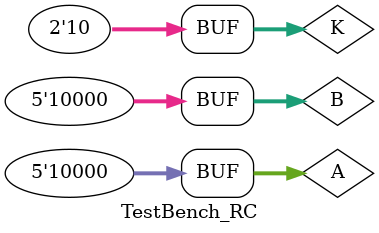
<source format=v>
module TestBench_RC;

wire [3:0]S;
wire C;
reg [4:0]A, B;
reg [1:0]K;

rippleCarryAdder_4_bit RC(S, C, A[3:0], B[3:0], K[0]);

initial
begin
	for(A = 5'b00000; A <= 5'b01111; A = A + 5'b00001)
		for(B = 5'b00000; B <= 5'b01111; B = B + 5'b00001)
			for(K = 2'b00; K <= 2'b01; K = K + 2'b01)
				#50;
end

initial
	$monitor($time, "\t A=%d B=%d K=%d S=%d C=%d", A, B, K, S, C);
	
endmodule

</source>
